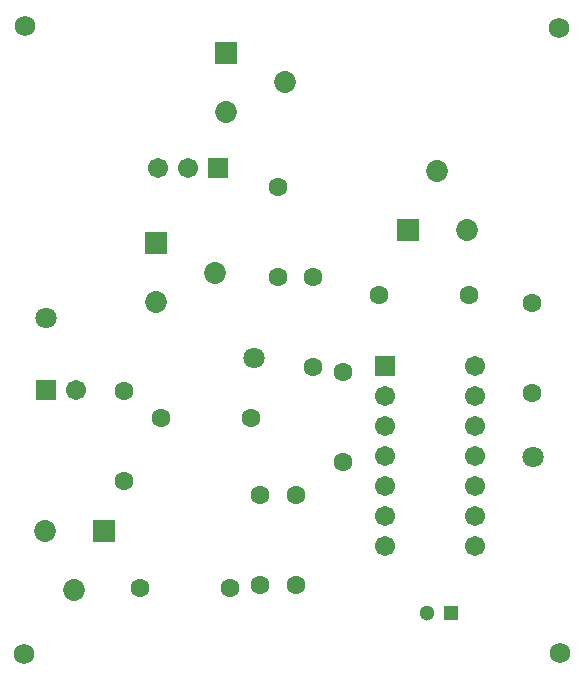
<source format=gts>
G04*
G04 #@! TF.GenerationSoftware,Altium Limited,Altium Designer,20.2.5 (213)*
G04*
G04 Layer_Color=8388736*
%FSLAX44Y44*%
%MOMM*%
G71*
G04*
G04 #@! TF.SameCoordinates,20EFB839-5586-4B36-B009-22FAA6886690*
G04*
G04*
G04 #@! TF.FilePolarity,Negative*
G04*
G01*
G75*
%ADD15C,1.7272*%
%ADD16R,1.7032X1.7032*%
%ADD17C,1.7032*%
%ADD18R,1.8532X1.8532*%
%ADD19C,1.8532*%
%ADD20R,1.8532X1.8532*%
%ADD21C,1.6032*%
%ADD22C,1.8032*%
%ADD23C,1.3000*%
%ADD24R,1.3000X1.3000*%
D15*
X475313Y550850D02*
D03*
X23481Y552705D02*
D03*
X22809Y21265D02*
D03*
X476362Y21920D02*
D03*
D16*
X328295Y264795D02*
D03*
X41275Y244475D02*
D03*
X187325Y432435D02*
D03*
D17*
X328295Y239395D02*
D03*
Y213995D02*
D03*
Y188595D02*
D03*
Y163195D02*
D03*
Y137795D02*
D03*
Y112395D02*
D03*
X404495Y264795D02*
D03*
Y239395D02*
D03*
Y213995D02*
D03*
Y188595D02*
D03*
Y163195D02*
D03*
Y137795D02*
D03*
Y112395D02*
D03*
X66675Y244475D02*
D03*
X161925Y432435D02*
D03*
X136525D02*
D03*
D18*
X347745Y379495D02*
D03*
X90405Y124695D02*
D03*
D19*
X372745Y429495D02*
D03*
X397745Y379495D02*
D03*
X65405Y74695D02*
D03*
X40405Y124695D02*
D03*
X244075Y504825D02*
D03*
X194075Y479825D02*
D03*
X184385Y343535D02*
D03*
X134385Y318535D02*
D03*
D20*
X194075Y529825D02*
D03*
X134385Y368535D02*
D03*
D21*
X452755Y241935D02*
D03*
Y318135D02*
D03*
X292735Y259715D02*
D03*
Y183515D02*
D03*
X399415Y324485D02*
D03*
X323215D02*
D03*
X107315Y243205D02*
D03*
Y167005D02*
D03*
X238125Y339725D02*
D03*
Y415925D02*
D03*
X267335Y263525D02*
D03*
Y339725D02*
D03*
X253365Y79375D02*
D03*
Y155575D02*
D03*
X222885D02*
D03*
Y79375D02*
D03*
X197485Y76835D02*
D03*
X121285D02*
D03*
X215265Y220345D02*
D03*
X139065D02*
D03*
D22*
X454025Y187325D02*
D03*
X41275Y305435D02*
D03*
X217805Y271145D02*
D03*
D23*
X364015Y55245D02*
D03*
D24*
X384015D02*
D03*
M02*

</source>
